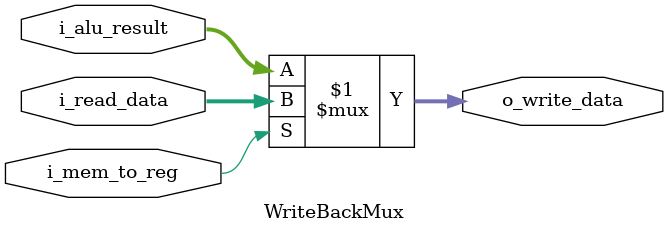
<source format=v>
module WriteBackMux (
    input i_mem_to_reg,
    input [31:0] i_alu_result, i_read_data,
    output [31:0] o_write_data
);

    assign o_write_data = (i_mem_to_reg) ? i_read_data : i_alu_result;

endmodule

</source>
